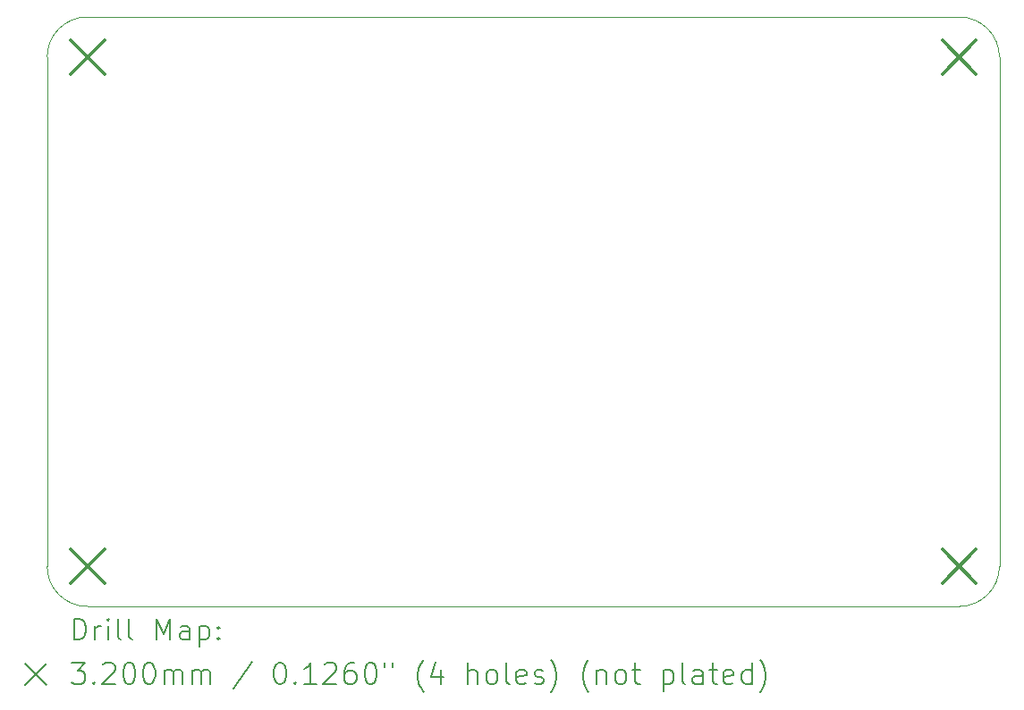
<source format=gbr>
%FSLAX45Y45*%
G04 Gerber Fmt 4.5, Leading zero omitted, Abs format (unit mm)*
G04 Created by KiCad (PCBNEW (6.0.0)) date 2023-01-29 20:34:45*
%MOMM*%
%LPD*%
G01*
G04 APERTURE LIST*
%TA.AperFunction,Profile*%
%ADD10C,0.100000*%
%TD*%
%ADD11C,0.200000*%
%ADD12C,0.320000*%
G04 APERTURE END LIST*
D10*
X7810500Y-9461500D02*
X16064500Y-9461500D01*
X16445500Y-9842500D02*
G75*
G03*
X16064500Y-9461500I-381000J0D01*
G01*
X16064500Y-15049500D02*
G75*
G03*
X16445500Y-14668500I0J381000D01*
G01*
X7429500Y-14668500D02*
X7429500Y-9842500D01*
X16064500Y-15049500D02*
X7810500Y-15049500D01*
X7429500Y-14668500D02*
G75*
G03*
X7810500Y-15049500I381000J0D01*
G01*
X16445500Y-14668500D02*
X16445500Y-9842500D01*
X7810500Y-9461500D02*
G75*
G03*
X7429500Y-9842500I0J-381000D01*
G01*
D11*
D12*
X7650500Y-9682500D02*
X7970500Y-10002500D01*
X7970500Y-9682500D02*
X7650500Y-10002500D01*
X7650500Y-14508500D02*
X7970500Y-14828500D01*
X7970500Y-14508500D02*
X7650500Y-14828500D01*
X15904500Y-9682500D02*
X16224500Y-10002500D01*
X16224500Y-9682500D02*
X15904500Y-10002500D01*
X15904500Y-14508500D02*
X16224500Y-14828500D01*
X16224500Y-14508500D02*
X15904500Y-14828500D01*
D11*
X7682119Y-15364976D02*
X7682119Y-15164976D01*
X7729738Y-15164976D01*
X7758309Y-15174500D01*
X7777357Y-15193548D01*
X7786881Y-15212595D01*
X7796405Y-15250690D01*
X7796405Y-15279262D01*
X7786881Y-15317357D01*
X7777357Y-15336405D01*
X7758309Y-15355452D01*
X7729738Y-15364976D01*
X7682119Y-15364976D01*
X7882119Y-15364976D02*
X7882119Y-15231643D01*
X7882119Y-15269738D02*
X7891643Y-15250690D01*
X7901167Y-15241167D01*
X7920214Y-15231643D01*
X7939262Y-15231643D01*
X8005928Y-15364976D02*
X8005928Y-15231643D01*
X8005928Y-15164976D02*
X7996405Y-15174500D01*
X8005928Y-15184024D01*
X8015452Y-15174500D01*
X8005928Y-15164976D01*
X8005928Y-15184024D01*
X8129738Y-15364976D02*
X8110690Y-15355452D01*
X8101167Y-15336405D01*
X8101167Y-15164976D01*
X8234500Y-15364976D02*
X8215452Y-15355452D01*
X8205928Y-15336405D01*
X8205928Y-15164976D01*
X8463071Y-15364976D02*
X8463071Y-15164976D01*
X8529738Y-15307833D01*
X8596405Y-15164976D01*
X8596405Y-15364976D01*
X8777357Y-15364976D02*
X8777357Y-15260214D01*
X8767833Y-15241167D01*
X8748786Y-15231643D01*
X8710690Y-15231643D01*
X8691643Y-15241167D01*
X8777357Y-15355452D02*
X8758310Y-15364976D01*
X8710690Y-15364976D01*
X8691643Y-15355452D01*
X8682119Y-15336405D01*
X8682119Y-15317357D01*
X8691643Y-15298309D01*
X8710690Y-15288786D01*
X8758310Y-15288786D01*
X8777357Y-15279262D01*
X8872595Y-15231643D02*
X8872595Y-15431643D01*
X8872595Y-15241167D02*
X8891643Y-15231643D01*
X8929738Y-15231643D01*
X8948786Y-15241167D01*
X8958310Y-15250690D01*
X8967833Y-15269738D01*
X8967833Y-15326881D01*
X8958310Y-15345928D01*
X8948786Y-15355452D01*
X8929738Y-15364976D01*
X8891643Y-15364976D01*
X8872595Y-15355452D01*
X9053548Y-15345928D02*
X9063071Y-15355452D01*
X9053548Y-15364976D01*
X9044024Y-15355452D01*
X9053548Y-15345928D01*
X9053548Y-15364976D01*
X9053548Y-15241167D02*
X9063071Y-15250690D01*
X9053548Y-15260214D01*
X9044024Y-15250690D01*
X9053548Y-15241167D01*
X9053548Y-15260214D01*
X7224500Y-15594500D02*
X7424500Y-15794500D01*
X7424500Y-15594500D02*
X7224500Y-15794500D01*
X7663071Y-15584976D02*
X7786881Y-15584976D01*
X7720214Y-15661167D01*
X7748786Y-15661167D01*
X7767833Y-15670690D01*
X7777357Y-15680214D01*
X7786881Y-15699262D01*
X7786881Y-15746881D01*
X7777357Y-15765928D01*
X7767833Y-15775452D01*
X7748786Y-15784976D01*
X7691643Y-15784976D01*
X7672595Y-15775452D01*
X7663071Y-15765928D01*
X7872595Y-15765928D02*
X7882119Y-15775452D01*
X7872595Y-15784976D01*
X7863071Y-15775452D01*
X7872595Y-15765928D01*
X7872595Y-15784976D01*
X7958309Y-15604024D02*
X7967833Y-15594500D01*
X7986881Y-15584976D01*
X8034500Y-15584976D01*
X8053548Y-15594500D01*
X8063071Y-15604024D01*
X8072595Y-15623071D01*
X8072595Y-15642119D01*
X8063071Y-15670690D01*
X7948786Y-15784976D01*
X8072595Y-15784976D01*
X8196405Y-15584976D02*
X8215452Y-15584976D01*
X8234500Y-15594500D01*
X8244024Y-15604024D01*
X8253548Y-15623071D01*
X8263071Y-15661167D01*
X8263071Y-15708786D01*
X8253548Y-15746881D01*
X8244024Y-15765928D01*
X8234500Y-15775452D01*
X8215452Y-15784976D01*
X8196405Y-15784976D01*
X8177357Y-15775452D01*
X8167833Y-15765928D01*
X8158309Y-15746881D01*
X8148786Y-15708786D01*
X8148786Y-15661167D01*
X8158309Y-15623071D01*
X8167833Y-15604024D01*
X8177357Y-15594500D01*
X8196405Y-15584976D01*
X8386881Y-15584976D02*
X8405929Y-15584976D01*
X8424976Y-15594500D01*
X8434500Y-15604024D01*
X8444024Y-15623071D01*
X8453548Y-15661167D01*
X8453548Y-15708786D01*
X8444024Y-15746881D01*
X8434500Y-15765928D01*
X8424976Y-15775452D01*
X8405929Y-15784976D01*
X8386881Y-15784976D01*
X8367833Y-15775452D01*
X8358309Y-15765928D01*
X8348786Y-15746881D01*
X8339262Y-15708786D01*
X8339262Y-15661167D01*
X8348786Y-15623071D01*
X8358309Y-15604024D01*
X8367833Y-15594500D01*
X8386881Y-15584976D01*
X8539262Y-15784976D02*
X8539262Y-15651643D01*
X8539262Y-15670690D02*
X8548786Y-15661167D01*
X8567833Y-15651643D01*
X8596405Y-15651643D01*
X8615452Y-15661167D01*
X8624976Y-15680214D01*
X8624976Y-15784976D01*
X8624976Y-15680214D02*
X8634500Y-15661167D01*
X8653548Y-15651643D01*
X8682119Y-15651643D01*
X8701167Y-15661167D01*
X8710690Y-15680214D01*
X8710690Y-15784976D01*
X8805929Y-15784976D02*
X8805929Y-15651643D01*
X8805929Y-15670690D02*
X8815452Y-15661167D01*
X8834500Y-15651643D01*
X8863071Y-15651643D01*
X8882119Y-15661167D01*
X8891643Y-15680214D01*
X8891643Y-15784976D01*
X8891643Y-15680214D02*
X8901167Y-15661167D01*
X8920214Y-15651643D01*
X8948786Y-15651643D01*
X8967833Y-15661167D01*
X8977357Y-15680214D01*
X8977357Y-15784976D01*
X9367833Y-15575452D02*
X9196405Y-15832595D01*
X9624976Y-15584976D02*
X9644024Y-15584976D01*
X9663071Y-15594500D01*
X9672595Y-15604024D01*
X9682119Y-15623071D01*
X9691643Y-15661167D01*
X9691643Y-15708786D01*
X9682119Y-15746881D01*
X9672595Y-15765928D01*
X9663071Y-15775452D01*
X9644024Y-15784976D01*
X9624976Y-15784976D01*
X9605929Y-15775452D01*
X9596405Y-15765928D01*
X9586881Y-15746881D01*
X9577357Y-15708786D01*
X9577357Y-15661167D01*
X9586881Y-15623071D01*
X9596405Y-15604024D01*
X9605929Y-15594500D01*
X9624976Y-15584976D01*
X9777357Y-15765928D02*
X9786881Y-15775452D01*
X9777357Y-15784976D01*
X9767833Y-15775452D01*
X9777357Y-15765928D01*
X9777357Y-15784976D01*
X9977357Y-15784976D02*
X9863071Y-15784976D01*
X9920214Y-15784976D02*
X9920214Y-15584976D01*
X9901167Y-15613548D01*
X9882119Y-15632595D01*
X9863071Y-15642119D01*
X10053548Y-15604024D02*
X10063071Y-15594500D01*
X10082119Y-15584976D01*
X10129738Y-15584976D01*
X10148786Y-15594500D01*
X10158310Y-15604024D01*
X10167833Y-15623071D01*
X10167833Y-15642119D01*
X10158310Y-15670690D01*
X10044024Y-15784976D01*
X10167833Y-15784976D01*
X10339262Y-15584976D02*
X10301167Y-15584976D01*
X10282119Y-15594500D01*
X10272595Y-15604024D01*
X10253548Y-15632595D01*
X10244024Y-15670690D01*
X10244024Y-15746881D01*
X10253548Y-15765928D01*
X10263071Y-15775452D01*
X10282119Y-15784976D01*
X10320214Y-15784976D01*
X10339262Y-15775452D01*
X10348786Y-15765928D01*
X10358310Y-15746881D01*
X10358310Y-15699262D01*
X10348786Y-15680214D01*
X10339262Y-15670690D01*
X10320214Y-15661167D01*
X10282119Y-15661167D01*
X10263071Y-15670690D01*
X10253548Y-15680214D01*
X10244024Y-15699262D01*
X10482119Y-15584976D02*
X10501167Y-15584976D01*
X10520214Y-15594500D01*
X10529738Y-15604024D01*
X10539262Y-15623071D01*
X10548786Y-15661167D01*
X10548786Y-15708786D01*
X10539262Y-15746881D01*
X10529738Y-15765928D01*
X10520214Y-15775452D01*
X10501167Y-15784976D01*
X10482119Y-15784976D01*
X10463071Y-15775452D01*
X10453548Y-15765928D01*
X10444024Y-15746881D01*
X10434500Y-15708786D01*
X10434500Y-15661167D01*
X10444024Y-15623071D01*
X10453548Y-15604024D01*
X10463071Y-15594500D01*
X10482119Y-15584976D01*
X10624976Y-15584976D02*
X10624976Y-15623071D01*
X10701167Y-15584976D02*
X10701167Y-15623071D01*
X10996405Y-15861167D02*
X10986881Y-15851643D01*
X10967833Y-15823071D01*
X10958310Y-15804024D01*
X10948786Y-15775452D01*
X10939262Y-15727833D01*
X10939262Y-15689738D01*
X10948786Y-15642119D01*
X10958310Y-15613548D01*
X10967833Y-15594500D01*
X10986881Y-15565928D01*
X10996405Y-15556405D01*
X11158310Y-15651643D02*
X11158310Y-15784976D01*
X11110690Y-15575452D02*
X11063071Y-15718309D01*
X11186881Y-15718309D01*
X11415452Y-15784976D02*
X11415452Y-15584976D01*
X11501167Y-15784976D02*
X11501167Y-15680214D01*
X11491643Y-15661167D01*
X11472595Y-15651643D01*
X11444024Y-15651643D01*
X11424976Y-15661167D01*
X11415452Y-15670690D01*
X11624976Y-15784976D02*
X11605928Y-15775452D01*
X11596405Y-15765928D01*
X11586881Y-15746881D01*
X11586881Y-15689738D01*
X11596405Y-15670690D01*
X11605928Y-15661167D01*
X11624976Y-15651643D01*
X11653548Y-15651643D01*
X11672595Y-15661167D01*
X11682119Y-15670690D01*
X11691643Y-15689738D01*
X11691643Y-15746881D01*
X11682119Y-15765928D01*
X11672595Y-15775452D01*
X11653548Y-15784976D01*
X11624976Y-15784976D01*
X11805928Y-15784976D02*
X11786881Y-15775452D01*
X11777357Y-15756405D01*
X11777357Y-15584976D01*
X11958309Y-15775452D02*
X11939262Y-15784976D01*
X11901167Y-15784976D01*
X11882119Y-15775452D01*
X11872595Y-15756405D01*
X11872595Y-15680214D01*
X11882119Y-15661167D01*
X11901167Y-15651643D01*
X11939262Y-15651643D01*
X11958309Y-15661167D01*
X11967833Y-15680214D01*
X11967833Y-15699262D01*
X11872595Y-15718309D01*
X12044024Y-15775452D02*
X12063071Y-15784976D01*
X12101167Y-15784976D01*
X12120214Y-15775452D01*
X12129738Y-15756405D01*
X12129738Y-15746881D01*
X12120214Y-15727833D01*
X12101167Y-15718309D01*
X12072595Y-15718309D01*
X12053548Y-15708786D01*
X12044024Y-15689738D01*
X12044024Y-15680214D01*
X12053548Y-15661167D01*
X12072595Y-15651643D01*
X12101167Y-15651643D01*
X12120214Y-15661167D01*
X12196405Y-15861167D02*
X12205928Y-15851643D01*
X12224976Y-15823071D01*
X12234500Y-15804024D01*
X12244024Y-15775452D01*
X12253548Y-15727833D01*
X12253548Y-15689738D01*
X12244024Y-15642119D01*
X12234500Y-15613548D01*
X12224976Y-15594500D01*
X12205928Y-15565928D01*
X12196405Y-15556405D01*
X12558309Y-15861167D02*
X12548786Y-15851643D01*
X12529738Y-15823071D01*
X12520214Y-15804024D01*
X12510690Y-15775452D01*
X12501167Y-15727833D01*
X12501167Y-15689738D01*
X12510690Y-15642119D01*
X12520214Y-15613548D01*
X12529738Y-15594500D01*
X12548786Y-15565928D01*
X12558309Y-15556405D01*
X12634500Y-15651643D02*
X12634500Y-15784976D01*
X12634500Y-15670690D02*
X12644024Y-15661167D01*
X12663071Y-15651643D01*
X12691643Y-15651643D01*
X12710690Y-15661167D01*
X12720214Y-15680214D01*
X12720214Y-15784976D01*
X12844024Y-15784976D02*
X12824976Y-15775452D01*
X12815452Y-15765928D01*
X12805928Y-15746881D01*
X12805928Y-15689738D01*
X12815452Y-15670690D01*
X12824976Y-15661167D01*
X12844024Y-15651643D01*
X12872595Y-15651643D01*
X12891643Y-15661167D01*
X12901167Y-15670690D01*
X12910690Y-15689738D01*
X12910690Y-15746881D01*
X12901167Y-15765928D01*
X12891643Y-15775452D01*
X12872595Y-15784976D01*
X12844024Y-15784976D01*
X12967833Y-15651643D02*
X13044024Y-15651643D01*
X12996405Y-15584976D02*
X12996405Y-15756405D01*
X13005928Y-15775452D01*
X13024976Y-15784976D01*
X13044024Y-15784976D01*
X13263071Y-15651643D02*
X13263071Y-15851643D01*
X13263071Y-15661167D02*
X13282119Y-15651643D01*
X13320214Y-15651643D01*
X13339262Y-15661167D01*
X13348786Y-15670690D01*
X13358309Y-15689738D01*
X13358309Y-15746881D01*
X13348786Y-15765928D01*
X13339262Y-15775452D01*
X13320214Y-15784976D01*
X13282119Y-15784976D01*
X13263071Y-15775452D01*
X13472595Y-15784976D02*
X13453548Y-15775452D01*
X13444024Y-15756405D01*
X13444024Y-15584976D01*
X13634500Y-15784976D02*
X13634500Y-15680214D01*
X13624976Y-15661167D01*
X13605928Y-15651643D01*
X13567833Y-15651643D01*
X13548786Y-15661167D01*
X13634500Y-15775452D02*
X13615452Y-15784976D01*
X13567833Y-15784976D01*
X13548786Y-15775452D01*
X13539262Y-15756405D01*
X13539262Y-15737357D01*
X13548786Y-15718309D01*
X13567833Y-15708786D01*
X13615452Y-15708786D01*
X13634500Y-15699262D01*
X13701167Y-15651643D02*
X13777357Y-15651643D01*
X13729738Y-15584976D02*
X13729738Y-15756405D01*
X13739262Y-15775452D01*
X13758309Y-15784976D01*
X13777357Y-15784976D01*
X13920214Y-15775452D02*
X13901167Y-15784976D01*
X13863071Y-15784976D01*
X13844024Y-15775452D01*
X13834500Y-15756405D01*
X13834500Y-15680214D01*
X13844024Y-15661167D01*
X13863071Y-15651643D01*
X13901167Y-15651643D01*
X13920214Y-15661167D01*
X13929738Y-15680214D01*
X13929738Y-15699262D01*
X13834500Y-15718309D01*
X14101167Y-15784976D02*
X14101167Y-15584976D01*
X14101167Y-15775452D02*
X14082119Y-15784976D01*
X14044024Y-15784976D01*
X14024976Y-15775452D01*
X14015452Y-15765928D01*
X14005928Y-15746881D01*
X14005928Y-15689738D01*
X14015452Y-15670690D01*
X14024976Y-15661167D01*
X14044024Y-15651643D01*
X14082119Y-15651643D01*
X14101167Y-15661167D01*
X14177357Y-15861167D02*
X14186881Y-15851643D01*
X14205928Y-15823071D01*
X14215452Y-15804024D01*
X14224976Y-15775452D01*
X14234500Y-15727833D01*
X14234500Y-15689738D01*
X14224976Y-15642119D01*
X14215452Y-15613548D01*
X14205928Y-15594500D01*
X14186881Y-15565928D01*
X14177357Y-15556405D01*
M02*

</source>
